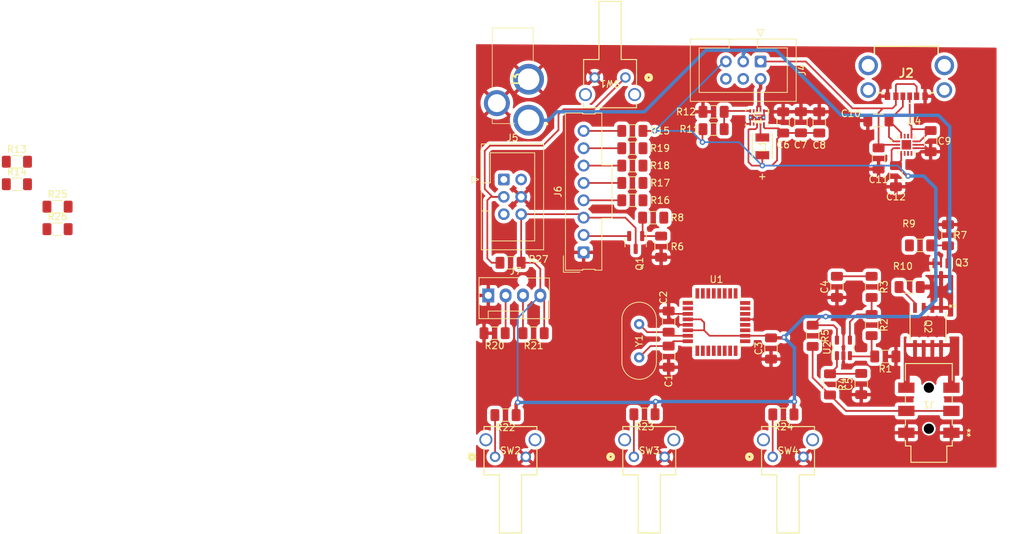
<source format=kicad_pcb>
(kicad_pcb (version 20221018) (generator pcbnew)
  (layers (0 "F.Cu" signal) (31 "B.Cu" signal) (34 "B.Paste" user) (35 "F.Paste" user) (36 "B.SilkS" user "B.Silkscreen") (37 "F.SilkS" user "F.Silkscreen") (38 "B.Mask" user) (39 "F.Mask" user) (44 "Edge.Cuts" user))
  (net 0 "")
  (net 1 "GND")
  (net 2 "Net-(U1-PB7)")
  (net 3 "Net-(U1-PB6)")
  (net 4 "+5V")
  (net 5 "analog_in")
  (net 6 "Net-(U2-+)")
  (net 7 "cc1")
  (net 8 "cc2")
  (net 9 "VBUS")
  (net 10 "sens")
  (net 15 "+12V")
  (net 16 "VDC")
  (net 17 "sense_usb")
  (net 18 "sense_12v")
  (net 19 "miso")
  (net 20 "sck")
  (net 21 "reset")
  (net 22 "mosi")
  (net 23 "bl")
  (net 24 "Net-(J6-Pin_4)")
  (net 25 "Net-(J6-Pin_5)")
  (net 26 "Net-(J6-Pin_6)")
  (net 27 "Net-(J6-Pin_7)")
  (net 28 "Net-(J6-Pin_8)")
  (net 29 "poti")
  (net 30 "sb")
  (net 31 "Net-(U3-SW)")
  (net 32 "Net-(Q1-G)")
  (net 33 "Net-(Q2-G)")
  (net 34 "Net-(Q3-G)")
  (net 35 "Net-(U2--)")
  (net 36 "Net-(R2-Pad1)")
  (net 37 "bl_ctrl")
  (net 38 "s_ctrl")
  (net 39 "Net-(U3-FB)")
  (net 40 "sda")
  (net 41 "scl")
  (net 42 "dc")
  (net 43 "cs")
  (net 44 "u1")
  (net 45 "u2")
  (net 46 "u3")
  (net 47 "standby")
  (net 48 "mois")
  (net 53 "int_n")
  (net 54 "output_power")
  (footprint "ul_IRF7416TRPBF:SO-8_IRF741_INF" (layer "F.Cu") (at 254.127 107.37215 -90)
    (fp_text reference "Q2")
    (fp_text value "IRF7416TRPBF")
  )
  (footprint "Resistor_SMD:R_1206_3216Metric_Pad1.30x1.75mm_HandSolder" (layer "F.Cu") (at 251.434 101.6)
    (fp_text reference "R10")
    (fp_text value "1k")
  )
  (footprint "Resistor_SMD:R_1206_3216Metric_Pad1.30x1.75mm_HandSolder" (layer "F.Cu") (at 239.776 115.85 -90)
    (fp_text reference "R4")
    (fp_text value "1k")
  )
  (footprint "Resistor_SMD:R_1206_3216Metric_Pad1.30x1.75mm_HandSolder" (layer "F.Cu") (at 254.508 80.238 90)
    (fp_text reference "C9")
    (fp_text value "330p")
  )
  (footprint "Resistor_SMD:R_1206_3216Metric_Pad1.30x1.75mm_HandSolder" (layer "F.Cu") (at 210.846 83.82 180)
    (fp_text reference "R18")
    (fp_text value "1k")
  )
  (footprint "Resistor_SMD:R_1206_3216Metric_Pad1.30x1.75mm_HandSolder" (layer "F.Cu") (at 235.523401 77.477851 -90)
    (fp_text reference "C7")
    (fp_text value "10u")
  )
  (footprint "Connector_IDC:IDC-Header_2x03_P2.54mm_Vertical" (layer "F.Cu") (at 192.024 85.852)
    (fp_text reference "J5")
    (fp_text value "Conn_02x03_Counter_Clockwise" hide)
  )
  (footprint "Resistor_SMD:R_1206_3216Metric_Pad1.30x1.75mm_HandSolder" (layer "F.Cu") (at 190.67734 108.355583 180)
    (fp_text reference "R20")
    (fp_text value "1M")
  )
  (footprint "Resistor_SMD:R_1206_3216Metric_Pad1.30x1.75mm_HandSolder" (layer "F.Cu") (at 249.428 85.37 90)
    (fp_text reference "C12")
    (fp_text value "100n")
  )
  (footprint "Package_TO_SOT_SMD:SOT-23-5" (layer "F.Cu") (at 241.742 110.505382 90)
    (fp_text reference "U2")
    (fp_text value "LM321")
  )
  (footprint "FUSB302B10MPX:QFN50P250X250X80-15N" (layer "F.Cu") (at 250.952 80.772)
    (fp_text reference "U4")
    (fp_text value "FUSB302B10MPX")
  )
  (footprint "Crystal:Crystal_HC49-U_Vertical" (layer "F.Cu") (at 211.836 107.024 -90)
    (fp_text reference "Y1")
    (fp_text value "Crystal")
  )
  (footprint "PJ-313D-B-SMT:PJ-313D-B-SMT_XKB" (layer "F.Cu") (at 254.25146 118.83136 180)
    (fp_text reference "J1")
    (fp_text value "PJ-313D-B-SMT")
  )
  (footprint "Resistor_SMD:R_1206_3216Metric_Pad1.30x1.75mm_HandSolder" (layer "F.Cu") (at 252.958 95.504 180)
    (fp_text reference "R9")
    (fp_text value "1k")
  )
  (footprint "Resistor_SMD:R_1206_3216Metric_Pad1.30x1.75mm_HandSolder" (layer "F.Cu") (at 246.888 82.778 90)
    (fp_text reference "C11")
    (fp_text value "100n")
  )
  (footprint "Resistor_SMD:R_1206_3216Metric_Pad1.30x1.75mm_HandSolder" (layer "F.Cu") (at 222.732 78.486)
    (fp_text reference "R11")
    (fp_text value "270k")
  )
  (footprint "Resistor_SMD:R_1206_3216Metric_Pad1.30x1.75mm_HandSolder" (layer "F.Cu") (at 240.792 101.574 90)
    (fp_text reference "C4")
    (fp_text value "100n")
  )
  (footprint "ul_TS-1093C-A15:SW_TS-1093C-A15_YDI" (layer "F.Cu") (at 231.38511 126.45136)
    (fp_text reference "SW4")
    (fp_text value "TS-1093C-A15")
  )
  (footprint "Connector_IDC:IDC-Header_2x03_P2.54mm_Vertical" (layer "F.Cu") (at 229.616 68.58 -90)
    (fp_text reference "J4")
    (fp_text value "Conn_02x03_Top_Bottom" hide)
  )
  (footprint "Resistor_SMD:R_1206_3216Metric_Pad1.30x1.75mm_HandSolder" (layer "F.Cu") (at 237.236 108.738 -90)
    (fp_text reference "R5")
    (fp_text value "1M")
  )
  (footprint "Resistor_SMD:R_1206_3216Metric_Pad1.30x1.75mm_HandSolder" (layer "F.Cu") (at 216.154 111.786 90)
    (fp_text reference "C1")
    (fp_text value "22p")
  )
  (footprint "DC-005-20A:DC00520A" (layer "F.Cu") (at 195.658 77.176 -90)
    (fp_text reference "J3")
    (fp_text value "DC-005-20A" hide)
  )
  (footprint "Resistor_SMD:R_1206_3216Metric_Pad1.30x1.75mm_HandSolder" (layer "F.Cu") (at 126.692 93.122)
    (fp_text reference "R26")
    (fp_text value "10k")
  )
  (footprint "Resistor_SMD:R_1206_3216Metric_Pad1.30x1.75mm_HandSolder" (layer "F.Cu") (at 210.846 88.9 180)
    (fp_text reference "R16")
    (fp_text value "1k")
  )
  (footprint "Resistor_SMD:R_1206_3216Metric_Pad1.30x1.75mm_HandSolder" (layer "F.Cu") (at 222.732 75.946 180)
    (fp_text reference "R12")
    (fp_text value "51k")
  )
  (footprint "Connector:FanPinHeader_1x04_P2.54mm_Vertical" (layer "F.Cu") (at 189.748 102.824)
    (fp_text reference "J7")
    (fp_text value "Conn_01x04")
  )
  (footprint "Resistor_SMD:R_1206_3216Metric_Pad1.30x1.75mm_HandSolder" (layer "F.Cu") (at 120.742 86.542)
    (fp_text reference "R14")
    (fp_text value "2k")
  )
  (footprint "Resistor_SMD:R_1206_3216Metric_Pad1.30x1.75mm_HandSolder" (layer "F.Cu") (at 210.846 81.28 180)
    (fp_text reference "R19")
    (fp_text value "1k")
  )
  (footprint "Package_TO_SOT_SMD:SOT-23" (layer "F.Cu") (at 211.328 95.0745 -90)
    (fp_text reference "Q1")
    (fp_text value "BSN20")
  )
  (footprint "Resistor_SMD:R_1206_3216Metric_Pad1.30x1.75mm_HandSolder" (layer "F.Cu") (at 215.051831 95.685026 90)
    (fp_text reference "R6")
    (fp_text value "10k")
  )
  (footprint "Package_TO_SOT_SMD:SOT-23" (layer "F.Cu") (at 256.032 99.06 -90)
    (fp_text reference "Q3")
    (fp_text value "BSN20")
  )
  (footprint "ul_TS-1093C-A15:SW_TS-1093C-A15_YDI" (layer "F.Cu") (at 209.828765 70.92188 180)
    (fp_text reference "SW1")
    (fp_text value "TS-1093C-A15")
  )
  (footprint "Resistor_SMD:R_1206_3216Metric_Pad1.30x1.75mm_HandSolder" (layer "F.Cu") (at 120.742 83.252)
    (fp_text reference "R13")
    (fp_text value "2k")
  )
  (footprint "digikey-footprints:TQFP-32_7x7mm" (layer "F.Cu") (at 223.159006 106.729309)
    (fp_text reference "U1")
    (fp_text value "ATMEGA328P-AU")
  )
  (footprint "Resistor_SMD:R_1206_3216Metric_Pad1.30x1.75mm_HandSolder" (layer "F.Cu") (at 245.872 101.574 -90)
    (fp_text reference "R3")
    (fp_text value "1k")
  )
  (footprint "Resistor_SMD:R_1206_3216Metric_Pad1.30x1.75mm_HandSolder" (layer "F.Cu") (at 245.872 107.162 -90)
    (fp_text reference "R2")
    (fp_text value "56k")
  )
  (footprint "Resistor_SMD:R_1206_3216Metric_Pad1.30x1.75mm_HandSolder" (layer "F.Cu") (at 232.956312 120.241561 180)
    (fp_text reference "R24")
    (fp_text value "10k")
  )
  (footprint "Resistor_SMD:R_1206_3216Metric_Pad1.30x1.75mm_HandSolder" (layer "F.Cu") (at 232.918 77.496 -90)
    (fp_text reference "C6")
    (fp_text value "10u")
  )
  (footprint "Resistor_SMD:R_1206_3216Metric_Pad1.30x1.75mm_HandSolder" (layer "F.Cu") (at 213.894 91.44 180)
    (fp_text reference "R8")
    (fp_text value "1k")
  )
  (footprint "Resistor_SMD:R_1206_3216Metric_Pad1.30x1.75mm_HandSolder" (layer "F.Cu") (at 216.154 106.654 -90)
    (fp_text reference "C2")
    (fp_text value "22p")
  )
  (footprint "Resistor_SMD:R_1206_3216Metric_Pad1.30x1.75mm_HandSolder" (layer "F.Cu") (at 192.270985 120.343718 180)
    (fp_text reference "R22")
    (fp_text value "10k")
  )
  (footprint "ul_TS-1093C-A15:SW_TS-1093C-A15_YDI" (layer "F.Cu") (at 211.06511 126.45136)
    (fp_text reference "SW3")
    (fp_text value "TS-1093C-A15")
  )
  (footprint "Resistor_SMD:R_1206_3216Metric_Pad1.30x1.75mm_HandSolder" (layer "F.Cu") (at 196.388596 108.358007 180)
    (fp_text reference "R21")
    (fp_text value "10k")
  )
  (footprint "Resistor_SMD:R_1206_3216Metric_Pad1.30x1.75mm_HandSolder" (layer "F.Cu") (at 212.618996 120.22352 180)
    (fp_text reference "R23")
    (fp_text value "10k")
  )
  (footprint "Resistor_SMD:R_1206_3216Metric_Pad1.30x1.75mm_HandSolder" (layer "F.Cu") (at 193.014 98.044 180)
    (fp_text reference "R27")
    (fp_text value "10k")
  )
  (footprint "Resistor_SMD:R_1206_3216Metric_Pad1.30x1.75mm_HandSolder" (layer "F.Cu") (at 257.048 94.006 -90)
    (fp_text reference "R7")
    (fp_text value "10k")
  )
  (footprint "Resistor_SMD:R_1206_3216Metric_Pad1.30x1.75mm_HandSolder" (layer "F.Cu") (at 231.14 110.591 90)
    (fp_text reference "C3")
    (fp_text value "100n")
  )
  (footprint "NLCV32T-100K-EF:IND_NLCV32T_TDK" (layer "F.Cu") (at 229.87 81.0006 90)
    (fp_text reference "L1")
    (fp_text value "10u")
  )
  (footprint "Resistor_SMD:R_1206_3216Metric_Pad1.30x1.75mm_HandSolder" (layer "F.Cu") (at 246.862 77.216)
    (fp_text reference "C10")
    (fp_text value "330p")
  )
  (footprint "Connector_Molex:Molex_SL_171971-0008_1x08_P2.54mm_Vertical" (layer "F.Cu") (at 203.708 96.52 90)
    (fp_text reference "J6")
    (fp_text value "Conn_01x08_Pin")
  )
  (footprint "Resistor_SMD:R_1206_3216Metric_Pad1.30x1.75mm_HandSolder" (layer "F.Cu") (at 244.348 115.798 90)
    (fp_text reference "C5")
    (fp_text value "100n")
  )
  (footprint "Resistor_SMD:R_1206_3216Metric_Pad1.30x1.75mm_HandSolder" (layer "F.Cu") (at 238.204796 77.495141 -90)
    (fp_text reference "C8")
    (fp_text value "10u")
  )
  (footprint "UJC-HP-M-G-5-MSMT-TR:UJCHPMG5MSMTTR" (layer "F.Cu") (at 250.944 69.76 180)
    (fp_text reference "J2")
    (fp_text value "UJC-HP-M-G-5-MSMT-TR" hide)
  )
  (footprint "TPS62175DQCR:DQC0010A" (layer "F.Cu") (at 229.099999 76.769001 -90)
    (fp_text reference "U3")
    (fp_text value "TPS62175DQCR" hide)
  )
  (footprint "Resistor_SMD:R_1206_3216Metric_Pad1.30x1.75mm_HandSolder" (layer "F.Cu") (at 247.878 111.76 180)
    (fp_text reference "R1")
    (fp_text value "100k")
  )
  (footprint "Resistor_SMD:R_1206_3216Metric_Pad1.30x1.75mm_HandSolder" (layer "F.Cu") (at 126.692 89.832)
    (fp_text reference "R25")
    (fp_text value "10k")
  )
  (footprint "Resistor_SMD:R_1206_3216Metric_Pad1.30x1.75mm_HandSolder" (layer "F.Cu") (at 210.846 86.36 180)
    (fp_text reference "R17")
    (fp_text value "1k")
  )
  (footprint "ul_TS-1093C-A15:SW_TS-1093C-A15_YDI" (layer "F.Cu") (at 190.74511 126.45136)
    (fp_text reference "SW2")
    (fp_text value "TS-1093C-A15")
  )
  (footprint "Resistor_SMD:R_1206_3216Metric_Pad1.30x1.75mm_HandSolder" (layer "F.Cu") (at 210.846 78.74 180)
    (fp_text reference "R15")
    (fp_text value "1k")
  )
  (gr_line (start 251.898614 78.464952) (end 251.714 78.613) (stroke (width 0.2)) (layer "F.Cu"))
  (gr_line (start 251.730864 78.270243) (end 251.898614 78.464952) (stroke (width 0.2)) (layer "F.Cu"))
  (gr_line (start 228.092 77.724) (end 228.092 77.089) (stroke (width 0.2)) (layer "F.Cu"))
  (gr_line (start 230.124 75.819) (end 230.124 76.454) (stroke (width 0.2)) (layer "F.Cu"))
  (gr_line (start 251.714 78.613) (end 251.714 78.359) (stroke (width 0.2)) (layer "F.Cu"))
  (gr_line (start 229.108 75.184) (end 229.616 75.184) (stroke (width 0.2)) (layer "F.Cu"))
  (segment (start 232.791 75.819) (end 232.918 75.946) (width 0.25) (layer "F.Cu") (net 1))
  (segment (start 218.959006 105.529309) (end 216.579309 105.529309) (width 0.25) (layer "F.Cu") (net 1))
  (segment (start 253.492 80.772) (end 254.508 81.788) (width 0.25) (layer "F.Cu") (net 1))
  (segment (start 228.100001 77.718999) (end 227.081001 77.718999) (width 0.25) (layer "F.Cu") (net 1))
  (segment (start 217.365309 107.129309) (end 216.154 105.918) (width 0.25) (layer "F.Cu") (net 1))
  (segment (start 218.959006 107.129309) (end 217.365309 107.129309) (width 0.25) (layer "F.Cu") (net 1))
  (segment (start 227.359006 106.329309) (end 229.265309 106.329309) (width 0.25) (layer "F.Cu") (net 1))
  (segment (start 216.579309 105.529309) (end 216.154 105.104) (width 0.25) (layer "F.Cu") (net 1))
  (segment (start 216.154 105.918) (end 216.154 105.104) (width 0.25) (layer "F.Cu") (net 1))
  (segment (start 229.265309 106.329309) (end 229.362 106.426) (width 0.25) (layer "F.Cu") (net 1))
  (segment (start 252.192 80.772) (end 253.492 80.772) (width 0.25) (layer "F.Cu") (net 1))
  (segment (start 253.992 81.272) (end 254.508 81.788) (width 0.25) (layer "F.Cu") (net 1))
  (segment (start 230.100002 75.819) (end 232.791 75.819) (width 0.25) (layer "F.Cu") (net 1))
  (segment (start 252.192 81.272) (end 253.992 81.272) (width 0.25) (layer "F.Cu") (net 1))
  (segment (start 227.081001 77.718999) (end 227.076 77.724) (width 0.25) (layer "F.Cu") (net 1))
  (segment (start 211.836 111.904) (end 213.504 110.236) (width 0.25) (layer "F.Cu") (net 2))
  (segment (start 218.959006 109.529309) (end 216.860691 109.529309) (width 0.25) (layer "F.Cu") (net 2))
  (segment (start 216.860691 109.529309) (end 216.154 110.236) (width 0.25) (layer "F.Cu") (net 2))
  (segment (start 213.504 110.236) (end 216.154 110.236) (width 0.25) (layer "F.Cu") (net 2))
  (segment (start 211.836 107.024) (end 213.016 108.204) (width 0.25) (layer "F.Cu") (net 3))
  (segment (start 216.679309 108.729309) (end 216.154 108.204) (width 0.25) (layer "F.Cu") (net 3))
  (segment (start 218.959006 108.729309) (end 216.679309 108.729309) (width 0.25) (layer "F.Cu") (net 3))
  (segment (start 213.016 108.204) (end 216.154 108.204) (width 0.25) (layer "F.Cu") (net 3))
  (segment (start 193.820985 118.726015) (end 194.056 118.491) (width 0.5) (layer "F.Cu") (net 4))
  (segment (start 229.87 82.296) (end 229.87 83.82) (width 0.25) (layer "F.Cu") (net 4))
  (segment (start 203.2 90.932) (end 203.708 91.44) (width 0.25) (layer "F.Cu") (net 4))
  (segment (start 248.793 81.534) (end 248.793 83.185) (width 0.25) (layer "F.Cu") (net 4))
  (segment (start 197.368 102.824) (end 197.368 98.943) (width 0.25) (layer "F.Cu") (net 4))
  (segment (start 231.14 109.041) (end 232.97 109.041) (width 0.5) (layer "F.Cu") (net 4))
  (segment (start 193.820985 120.343718) (end 193.820985 118.726015) (width 0.5) (layer "F.Cu") (net 4))
  (segment (start 221.107 80.391) (end 221.107 78.561) (width 0.25) (layer "F.Cu") (net 4))
  (segment (start 228.854 78.486) (end 227.965 78.486) (width 0.25) (layer "F.Cu") (net 4))
  (segment (start 240.792 107.696) (end 240.284 107.188) (width 0.25) (layer "F.Cu") (net 4))
  (segment (start 196.469 98.044) (end 194.564 98.044) (width 0.25) (layer "F.Cu") (net 4))
  (segment (start 221.361 106.807) (end 221.361 107.908618) (width 0.25) (layer "F.Cu") (net 4))
  (segment (start 197.938596 103.394596) (end 197.938596 108.358007) (width 0.25) (layer "F.Cu") (net 4))
  (segment (start 218.959006 106.329309) (end 220.883309 106.329309) (width 0.25) (layer "F.Cu") (net 4))
  (segment (start 221.361 107.908618) (end 221.340309 107.929309) (width 0.25) (layer "F.Cu") (net 4))
  (segment (start 234.506312 120.241561) (end 234.506312 118.426688) (width 0.5) (layer "F.Cu") (net 4))
  (segment (start 194.564 90.932) (end 203.2 90.932) (width 0.25) (layer "F.Cu") (net 4))
  (segment (start 232.231 78.359) (end 230.251 78.359) (width 0.25) (layer "F.Cu") (net 4))
  (segment (start 194.564 90.932) (end 194.564 98.044) (width 0.25) (layer "F.Cu") (net 4))
  (segment (start 238.506 105.918) (end 237.236 107.188) (width 0.25) (layer "F.Cu") (net 4))
  (segment (start 232.208 79.046) (end 232.918 79.046) (width 0.25) (layer "F.Cu") (net 4))
  (segment (start 228.346 83.82) (end 229.87 83.82) (width 0.25) (layer "F.Cu") (net 4))
  (segment (start 220.883309 106.329309) (end 221.361 106.807) (width 0.25) (layer "F.Cu") (net 4))
  (segment (start 221.340309 107.929309) (end 222.140309 108.729309) (width 0.25) (layer "F.Cu") (net 4))
  (segment (start 211.328 96.012) (end 211.328 92.964) (width 0.25) (layer "F.Cu") (net 4))
  (segment (start 238.203937 79.046) (end 238.204796 79.045141) (width 0.25) (layer "F.Cu") (net 4))
  (segment (start 214.168996 120.22352) (end 214.168996 118.444004) (width 0.5) (layer "F.Cu") (net 4))
  (segment (start 232.918 79.046) (end 232.029 79.935) (width 0.25) (layer "F.Cu") (net 4))
  (segment (start 250.952 85.344) (end 251.206 85.344) (width 0.25) (layer "F.Cu") (net 4))
  (segment (start 230.251 78.359) (end 230.100002 78.208002) (width 0.25) (layer "F.Cu") (net 4))
  (segment (start 221.107 78.561) (end 221.182 78.486) (width 0.25) (layer "F.Cu") (net 4))
  (segment (start 232.918 79.046) (end 232.231 78.359) (width 0.25) (layer "F.Cu") (net 4))
  (segment (start 239.141 105.918) (end 238.506 105.918) (width 0.25) (layer "F.Cu") (net 4))
  (segment (start 248.793 83.185) (end 249.428 83.82) (width 0.25) (layer "F.Cu") (net 4))
  (segment (start 214.122 78.74) (end 212.396 78.74) (width 0.25) (layer "F.Cu") (net 4))
  (segment (start 231.267 83.82) (end 229.87 83.82) (width 0.25) (layer "F.Cu") (net 4))
  (segment (start 230.828309 108.729309) (end 231.14 109.041) (width 0.25) (layer "F.Cu") (net 4))
  (segment (start 227.359006 108.729309) (end 230.828309 108.729309) (width 0.25) (layer "F.Cu") (net 4))
  (segment (start 229.100002 78.239998) (end 228.854 78.486) (width 0.25) (layer "F.Cu") (net 4))
  (segment (start 240.284 107.188) (end 237.236 107.188) (width 0.25) (layer "F.Cu") (net 4))
  (segment (start 250.202 83.046) (end 249.428 83.82) (width 0.25) (layer "F.Cu") (net 4))
  (segment (start 232.029 79.935) (end 232.029 83.058) (width 0.25) (layer "F.Cu") (net 4))
  (segment (start 229.100002 77.718999) (end 229.100002 78.239998) (width 0.25) (layer "F.Cu") (net 4))
  (segment (start 249.712 81.272) (end 249.055 81.272) (width 0.25) (layer "F.Cu") (net 4))
  (segment (start 234.506312 118.426688) (end 234.569 118.364) (width 0.5) (layer "F.Cu") (net 4))
  (segment (start 197.368 102.824) (end 197.938596 103.394596) (width 0.25) (layer "F.Cu") (net 4))
  (segment (start 227.965 78.486) (end 227.838 78.613) (width 0.25) (layer "F.Cu") (net 4))
  (segment (start 211.328 92.964) (end 209.804 91.44) (width 0.25) (layer "F.Cu") (net 4))
  (segment (start 249.055 81.272) (end 248.793 81.534) (width 0.25) (layer "F.Cu") (net 4))
  (segment (start 220.928 78.74) (end 221.182 78.486) (width 0.25) (layer "F.Cu") (net 4))
  (segment (start 227.838 83.312) (end 228.346 83.82) (width 0.25) (layer "F.Cu") (net 4))
  (segment (start 230.100002 78.208002) (end 230.100002 77.718999) (width 0.25) (layer "F.Cu") (net 4))
  (segment (start 227.838 78.613) (end 227.838 83.312) (width 0.25) (layer "F.Cu") (net 4))
  (segment (start 197.368 98.943) (end 196.469 98.044) (width 0.25) (layer "F.Cu") (net 4))
  (segment (start 232.97 109.041) (end 233.045 108.966) (width 0.5) (layer "F.Cu") (net 4))
  (segment (start 218.959006 107.929309) (end 221.340309 107.929309) (width 0.25) (layer "F.Cu") (net 4))
  (segment (start 232.918 79.046) (end 238.203937 79.046) (width 0.25) (layer "F.Cu") (net 4))
  (segment (start 209.804 91.44) (end 203.708 91.44) (width 0.25) (layer "F.Cu") (net 4))
  (segment (start 240.792 109.367882) (end 240.792 107.696) (width 0.25) (layer "F.Cu") (net 4))
  (segment (start 250.202 82.037) (end 250.202 83.046) (width 0.25) (layer "F.Cu") (net 4))
  (segment (start 249.428 83.82) (end 250.952 85.344) (width 0.25) (layer "F.Cu") (net 4))
  (segment (start 214.168996 118.444004) (end 214.249 118.364) (width 0.5) (layer "F.Cu") (net 4))
  (segment (start 232.029 83.058) (end 231.267 83.82) (width 0.25) (layer "F.Cu") (net 4))
  (segment (start 222.140309 108.729309) (end 227.359006 108.729309) (width 0.25) (layer "F.Cu") (net 4))
  (via (at 234.569 118.364) (size 0.8) (drill 0.4) (layers "F.Cu" "B.Cu") (net 4))
  (via (at 214.122 78.74) (size 0.8) (drill 0.4) (layers "F.Cu" "B.Cu") (net 4))
  (via (at 233.045 108.966) (size 0.8) (drill 0.4) (layers "F.Cu" "B.Cu") (net 4))
  (via (at 214.249 118.364) (size 0.8) (drill 0.4) (layers "F.Cu" "B.Cu") (net 4))
  (via (at 251.206 85.344) (size 0.8) (drill 0.4) (layers "F.Cu" "B.Cu") (net 4))
  (via (at 221.107 80.391) (size 0.8) (drill 0.4) (layers "F.Cu" "B.Cu") (net 4))
  (via (at 239.141 105.918) (size 0.8) (drill 0.4) (layers "F.Cu" "B.Cu") (net 4))
  (via (at 229.87 83.82) (size 0.8) (drill 0.4) (layers "F.Cu" "B.Cu") (net 4))
  (via (at 194.056 118.491) (size 0.8) (drill 0.4) (layers "F.Cu" "B.Cu") (net 4))
  (segment (start 214.122 118.491) (end 214.249 118.364) (width 0.5) (layer "B.Cu") (net 4))
  (segment (start 219.456 78.74) (end 221.107 80.391) (width 0.25) (layer "B.Cu") (net 4))
  (segment (start 234.569 110.49) (end 233.045 108.966) (width 0.5) (layer "B.Cu") (net 4))
  (segment (start 214.122 78.74) (end 224.282 68.58) (width 0.25) (layer "B.Cu") (net 4))
  (segment (start 194.056 106.136) (end 194.056 118.491) (width 0.25) (layer "B.Cu") (net 4))
  (segment (start 214.122 78.74) (end 219.456 78.74) (width 0.25) (layer "B.Cu") (net 4))
  (segment (start 194.056 118.491) (end 214.122 118.491) (width 0.5) (layer "B.Cu") (net 4))
  (segment (start 252.857 105.918) (end 255.27 103.505) (width 0.5) (layer "B.Cu") (net 4))
  (segment (start 255.27 103.505) (end 255.27 87.122) (width 0.5) (layer "B.Cu") (net 4))
  (segment (start 214.249 118.364) (end 234.569 118.364) (width 0.5) (layer "B.Cu") (net 4))
  (segment (start 197.368 102.824) (end 194.056 106.136) (width 0.25) (layer "B.Cu") (net 4))
  (segment (start 249.682 83.82) (end 229.87 83.82) (width 0.25) (layer "B.Cu") (net 4))
  (segment (start 253.492 85.344) (end 251.206 85.344) (width 0.5) (layer "B.Cu") (net 4))
  (segment (start 226.441 80.391) (end 229.87 83.82) (width 0.25) (layer "B.Cu") (net 4))
  (segment (start 236.093 105.918) (end 239.141 105.918) (width 0.5) (layer "B.Cu") (net 4))
  (segment (start 234.569 118.364) (end 234.569 110.49) (width 0.5) (layer "B.Cu") (net 4))
  (segment (start 239.141 105.918) (end 252.857 105.918) (width 0.5) (layer "B.Cu") (net 4))
  (segment (start 255.27 87.122) (end 253.492 85.344) (width 0.5) (layer "B.Cu") (net 4))
  (segment (start 221.107 80.391) (end 226.441 80.391) (width 0.25) (layer "B.Cu") (net 4))
  (segment (start 251.206 85.344) (end 249.682 83.82) (width 0.25) (layer "B.Cu") (net 4))
  (segment (start 233.045 108.966) (end 236.093 105.918) (width 0.5) (layer "B.Cu") (net 4))
  (segment (start 224.282 68.58) (end 224.536 68.58) (width 0.25) (layer "B.Cu") (net 4))
  (segment (start 240.792 100.024) (end 245.872 100.024) (width 0.25) (layer "F.Cu") (net 5))
  (segment (start 240.792 113.284) (end 239.776 114.3) (width 0.25) (layer "F.Cu") (net 6))
  (segment (start 240.792 111.642882) (end 240.792 113.284) (width 0.25) (layer "F.Cu") (net 6))
  (segment (start 239.776 114.3) (end 244.296 114.3) (width 0.25) (layer "F.Cu") (net 6))
  (segment (start 244.296 114.3) (end 244.348 114.248) (width 0.25) (layer "F.Cu") (net 6))
  (segment (start 254.508 78.688) (end 254.306 78.486) (width 0.25) (layer "F.Cu") (net 7))
  (segment (start 251.444 73.66) (end 251.444 77.772302) (width 0.25) (layer "F.Cu") (net 7))
  (segment (start 251.702279 78.030581) (end 251.702 78.03086) (width 0.25) (layer "F.Cu") (net 7))
  (segment (start 252.924 80.272) (end 254.508 78.688) (width 0.25) (layer "F.Cu") (net 7))
  (segment (start 252.192 80.272) (end 252.924 80.272) (width 0.25) (layer "F.Cu") (net 7))
  (segment (start 254.306 78.486) (end 251.702 78.486) (width 0.25) (layer "F.Cu") (net 7))
  (segment (start 251.702 78.03086) (end 251.702 78.486) (width 0.25) (layer "F.Cu") (net 7))
  (segment (start 251.702 78.486) (end 251.702 79.507) (width 0.25) (layer "F.Cu") (net 7))
  (segment (start 251.444 77.772302) (end 251.702279 78.030581) (width 0.25) (layer "F.Cu") (net 7))
  (segment (start 249.055 80.272) (end 248.412 79.629) (width 0.25) (layer "F.Cu") (net 8))
  (segment (start 250.202 79.507) (end 250.202 79.006) (width 0.25) (layer "F.Cu") (net 8))
  (segment (start 250.444 73.66) (end 250.444 75.184) (width 0.25) (layer "F.Cu") (net 8))
  (segment (start 250.444 75.184) (end 248.412 77.216) (width 0.25) (layer "F.Cu") (net 8))
  (segment (start 250.202 79.006) (end 248.412 77.216) (width 0.25) (layer "F.Cu") (net 8))
  (segment (start 249.712 80.272) (end 249.055 80.272) (width 0.25) (layer "F.Cu") (net 8))
  (segment (start 248.412 79.629) (end 248.412 77.216) (width 0.25) (layer "F.Cu") (net 8))
  (segment (start 249.555 71.882) (end 252.095 71.882) (width 0.25) (layer "F.Cu") (net 9))
  (segment (start 249.424 72.013) (end 249.555 71.882) (width 0.25) (layer "F.Cu") (net 9))
  (segment (start 229.616 68.58) (end 236.22 68.58) (width 0.25) (layer "F.Cu") (net 9))
  (segment (start 247.344 80.772) (end 246.888 81.228) (width 0.25) (layer "F.Cu") (net 9))
  (segment (start 252.464 72.251) (end 252.464 73.66) (width 0.25) (layer "F.Cu") (net 9))
  (segment (start 236.22 68.58) (end 243.078 75.438) (width 0.25) (layer "F.Cu") (net 9))
  (segment (start 243.078 75.438) (end 247.523 75.438) (width 0.25) (layer "F.Cu") (net 9))
  (segment (start 252.095 71.882) (end 252.464 72.251) (width 0.25) (layer "F.Cu") (net 9))
  (segment (start 246.888 76.073) (end 247.523 75.438) (width 0.25) (layer "F.Cu") (net 9))
  (segment (start 249.424 74.934) (end 249.424 73.66) (width 0.25) (layer "F.Cu") (net 9))
  (segment (start 246.888 81.228) (end 246.888 76.073) (width 0.25) (layer "F.Cu") (net 9))
  (segment (start 249.712 80.772) (end 247.344 80.772) (width 0.25) (layer "F.Cu") (net 9))
  (segment (start 247.523 75.438) (end 248.92 75.438) (width 0.25) (layer "F.Cu") (net 9))
  (segment (start 248.92 75.438) (end 249.424 74.934) (width 0.25) (layer "F.Cu") (net 9))
  (segment (start 249.424 73.66) (end 249.424 72.013) (width 0.25) (layer "F.Cu") (net 9))
  (segment (start 242.1116 119.7356) (end 250.952 119.7356) (width 0.25) (layer "F.Cu") (net 10))
  (segment (start 237.236 114.86) (end 239.776 117.4) (width 0.25) (layer "F.Cu") (net 10))
  (segment (start 250.952 119.7356) (end 257.55092 119.7356) (width 0.25) (layer "F.Cu") (net 10))
  (segment (start 237.236 110.288) (end 237.236 114.86) (width 0.25) (layer "F.Cu") (net 10))
  (segment (start 239.776 117.4) (end 242.1116 119.7356) (width 0.25) (layer "F.Cu") (net 10))
  (via (at 257.302 102.235) (size 0.8) (drill 0.4) (layers "F.Cu" "B.Cu") (net 15))
  (segment (start 212.598 75.946) (end 221.615 66.929) (width 0.5) (layer "B.Cu") (net 15))
  (segment (start 257.302 78.105) (end 255.651 76.454) (width 0.5) (layer "B.Cu") (net 15))
  (segment (start 255.651 76.454) (end 241.427 76.454) (width 0.5) (layer "B.Cu") (net 15))
  (segment (start 257.302 102.235) (end 257.302 78.105) (width 0.5) (layer "B.Cu") (net 15))
  (segment (start 227.584 66.929) (end 227.076 67.437) (width 0.5) (layer "B.Cu") (net 15))
  (segment (start 241.427 76.454) (end 231.902 66.929) (width 0.5) (layer "B.Cu") (net 15))
  (segment (start 231.902 66.929) (end 227.584 66.929) (width 0.5) (layer "B.Cu") (net 15))
  (segment (start 198.541 77.176) (end 199.771 75.946) (width 0.5) (layer "B.Cu") (net 15))
  (segment (start 221.615 66.929) (end 227.584 66.929) (width 0.5) (layer "B.Cu") (net 15))
  (segment (start 227.076 67.437) (end 227.076 68.58) (width 0.5) (layer "B.Cu") (net 15))
  (segment (start 199.771 75.946) (end 212.598 75.946) (width 0.5) (layer "B.Cu") (net 15))
  (segment (start 195.658 77.176) (end 198.541 77.176) (width 0.5) (layer "B.Cu") (net 15))
  (segment (start 229.362 72.771) (end 229.616 72.517) (width 0.5) (layer "F.Cu") (net 16))
  (segment (start 229.100002 75.191998) (end 229.362 74.93) (width 0.25) (layer "F.Cu") (net 16))
  (segment (start 229.362 74.93) (end 229.362 72.771) (width 0.5) (layer "F.Cu") (net 16))
  (segment (start 229.600001 75.819) (end 229.600001 75.168001) (width 0.25) (layer "F.Cu") (net 16))
  (segment (start 229.100002 75.819) (end 229.100002 75.191998) (width 0.25) (layer "F.Cu") (net 16))
  (segment (start 229.600001 75.168001) (end 229.362 74.93) (width 0.25) (layer "F.Cu") (net 16))
  (segment (start 229.616 72.517) (end 229.616 71.12) (width 0.5) (layer "F.Cu") (net 16))
  (segment (start 229.624 71.128) (end 229.616 71.12) (width 0.25) (layer "F.Cu") (net 16))
  (segment (start 229.600001 71.135999) (end 229.616 71.12) (width 0.25) (layer "F.Cu") (net 16))
  (segment (start 205.232 75.565) (end 205.232 75.518645) (width 0.25) (layer "F.Cu") (net 21))
  (segment (start 189.23 87.249) (end 189.23 81.661) (width 0.25) (layer "F.Cu") (net 21))
  (segment (start 189.23 81.661) (end 189.992 80.899) (width 0.25) (layer "F.Cu") (net 21))
  (segment (start 190.373 88.392) (end 189.23 87.249) (width 0.25) (layer "F.Cu") (net 21))
  (segment (start 200.025 78.613) (end 200.025 76.327) (width 0.25) (layer "F.Cu") (net 21))
  (segment (start 189.611 97.409) (end 189.611 88.9) (width 0.25) (layer "F.Cu") (net 21))
  (segment (start 200.025 76.327) (end 200.787 75.565) (width 0.25) (layer "F.Cu") (net 21))
  (segment (start 190.246 98.044) (end 189.611 97.409) (width 0.25) (layer "F.Cu") (net 21))
  (segment (start 192.024 88.392) (end 190.373 88.392) (width 0.25) (layer "F.Cu") (net 21))
  (segment (start 197.739 80.899) (end 200.025 78.613) (width 0.25) (layer "F.Cu") (net 21))
  (segment (start 189.611 88.9) (end 190.119 88.392) (width 0.25) (layer "F.Cu") (net 21))
  (segment (start 205.232 75.518645) (end 209.828765 70.92188) (width 0.25) (layer "F.Cu") (net 21))
  (segment (start 190.119 88.392) (end 192.024 88.392) (width 0.25) (layer "F.Cu") (net 21))
  (segment (start 189.992 80.899) (end 197.739 80.899) (width 0.25) (layer "F.Cu") (net 21))
  (segment (start 200.787 75.565) (end 205.232 75.565) (width 0.25) (layer "F.Cu") (net 21))
  (segment (start 191.464 98.044) (end 190.246 98.044) (width 0.25) (layer "F.Cu") (net 21))
  (segment (start 203.865 94.137) (end 203.708 93.98) (width 0.25) (layer "F.Cu") (net 23))
  (segment (start 210.378 94.137) (end 203.865 94.137) (width 0.25) (layer "F.Cu") (net 23))
  (segment (start 209.296 88.9) (end 203.708 88.9) (width 0.25) (layer "F.Cu") (net 24))
  (segment (start 209.296 86.36) (end 203.708 86.36) (width 0.25) (layer "F.Cu") (net 25))
  (segment (start 209.296 83.82) (end 203.708 83.82) (width 0.25) (layer "F.Cu") (net 26))
  (segment (start 209.296 81.28) (end 203.708 81.28) (width 0.25) (layer "F.Cu") (net 27))
  (segment (start 209.296 78.74) (end 203.708 78.74) (width 0.25) (layer "F.Cu") (net 28))
  (segment (start 192.288 102.824) (end 192.288 108.294923) (width 0.25) (layer "F.Cu") (net 29))
  (segment (start 192.288 108.294923) (end 192.22734 108.355583) (width 0.25) (layer "F.Cu") (net 29))
  (segment (start 194.828 108.347411) (end 194.838596 108.358007) (width 0.25) (layer "F.Cu") (net 30))
  (segment (start 194.828 102.824) (end 194.828 108.347411) (width 0.25) (layer "F.Cu") (net 30))
  (segment (start 229.600001 79.435201) (end 229.87 79.7052) (width 0.25) (layer "F.Cu") (net 31))
  (segment (start 229.600001 77.718999) (end 229.600001 79.435201) (width 0.25) (layer "F.Cu") (net 31))
  (segment (start 212.344 91.44) (end 212.344 94.071) (width 0.25) (layer "F.Cu") (net 32))
  (segment (start 212.279974 94.135026) (end 212.278 94.137) (width 0.25) (layer "F.Cu") (net 32))
  (segment (start 212.344 94.071) (end 212.278 94.137) (width 0.25) (layer "F.Cu") (net 32))
  (segment (start 215.051831 94.135026) (end 212.279974 94.135026) (width 0.25) (layer "F.Cu") (net 32))
  (segment (start 252.222 104.648) (end 252.222 103.938) (width 0.25) (layer "F.Cu") (net 33))
  (segment (start 252.222 103.938) (end 249.884 101.6) (width 0.25) (layer "F.Cu") (net 33))
  (segment (start 256.982 95.622) (end 257.048 95.556) (width 0.25) (layer "F.Cu") (net 34))
  (segment (start 254.508 95.504) (end 256.996 95.504) (width 0.25) (layer "F.Cu") (net 34))
  (segment (start 256.982 98.1225) (end 256.982 95.622) (width 0.25) (layer "F.Cu") (net 34))
  (segment (start 256.996 95.504) (end 257.048 95.556) (width 0.25) (layer "F.Cu") (net 34))
  (segment (start 242.809118 111.76) (end 242.692 111.642882) (width 0.25) (layer "F.Cu") (net 35))
  (segment (start 246.328 111.76) (end 242.809118 111.76) (width 0.25) (layer "F.Cu") (net 35))
  (segment (start 245.872 111.304) (end 245.872 108.712) (width 0.25) (layer "F.Cu") (net 35))
  (segment (start 246.328 111.76) (end 245.872 111.304) (width 0.25) (layer "F.Cu") (net 35))
  (segment (start 243.765 105.612) (end 245.872 105.612) (width 0.25) (layer "F.Cu") (net 36))
  (segment (start 242.692 106.685) (end 243.765 105.612) (width 0.25) (layer "F.Cu") (net 36))
  (segment (start 242.692 109.367882) (end 242.692 106.685) (width 0.25) (layer "F.Cu") (net 36))
  (segment (start 245.872 103.124) (end 245.872 105.612) (width 0.25) (layer "F.Cu") (net 36))
  (segment (start 224.409 75.819) (end 224.282 75.946) (width 0.25) (layer "F.Cu") (net 39))
  (segment (start 228.100001 75.819) (end 224.409 75.819) (width 0.25) (layer "F.Cu") (net 39))
  (segment (start 224.282 75.946) (end 224.282 78.486) (width 0.25) (layer "F.Cu") (net 39))
  (segment (start 190.74511 120.367843) (end 190.720985 120.343718) (width 0.25) (layer "F.Cu") (net 44))
  (segment (start 190.74511 126.45136) (end 190.74511 120.367843) (width 0.25) (layer "F.Cu") (net 44))
  (segment (start 211.06511 126.45136) (end 211.06511 120.227406) (width 0.25) (layer "F.Cu") (net 45))
  (segment (start 211.068996 126.447474) (end 211.06511 126.45136) (width 0.25) (layer "F.Cu") (net 45))
  (segment (start 211.06511 120.227406) (end 211.068996 120.22352) (width 0.25) (layer "F.Cu") (net 45))
  (segment (start 231.38511 120.262763) (end 231.406312 120.241561) (width 0.25) (layer "F.Cu") (net 46))
  (segment (start 231.38511 126.45136) (end 231.38511 120.262763) (width 0.25) (layer "F.Cu") (net 46))
  (zone (net 15) (net_name "+12V") (layer "F.Cu") (priority 2) (connect_pads (clearance 0.5)) (min_thickness 0.25) (fill yes (thermal_gap 0.75) (thermal_bridge_width 0.75))
    (polygon (pts (xy 252.603 99.822) (xy 257.81 99.822) (xy 257.81 105.918) (xy 252.857 105.918) (xy 252.857 103.124) (xy 252.603 102.997)))
  )
  (zone (net 1) (net_name "GND") (layer "F.Cu") (connect_pads (clearance 0.5)) (min_thickness 0.25) (fill yes (thermal_gap 0.5) (thermal_bridge_width 0.5))
    (polygon (pts (xy 187.96 66.04) (xy 187.96 128.016) (xy 264.16 128.016) (xy 264.16 66.548)))
  )
  (zone (net 54) (net_name "output_power") (layer "F.Cu") (priority 1) (connect_pads (clearance 0.5)) (min_thickness 0.25) (fill yes (thermal_gap 1) (thermal_bridge_width 1))
    (polygon (pts (xy 250.571 108.839) (xy 250.571 118.237) (xy 258.699 118.237) (xy 258.699 108.839)))
  )
)
</source>
